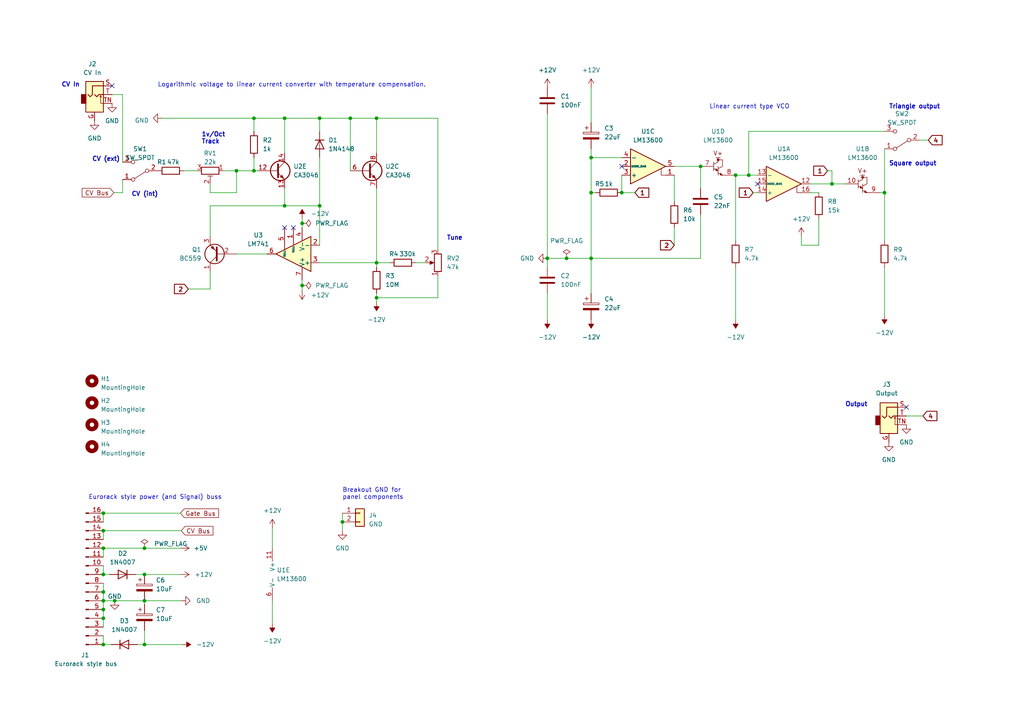
<source format=kicad_sch>
(kicad_sch (version 20230121) (generator eeschema)
  (paper "A4")
  (title_block (title "Penfold VCO") (date "2022-09-11") (rev "0.1") (comment 1 "BP185, fIrst published 1986, Bernard Babani") (comment 2 "Based on designs from 'Electronic Synthesister Construction', by R.A.Penfold"))
  (lib_symbols
    (symbol "Amplifier_Operational:LM13600" (pin_names (offset 0.127))
      (property "Reference" "U" (at 3.81 5.08 0))
      (property "Value" "LM13600" (at 5.08 -5.08 0))
      (symbol "LM13600_1_1"
        (polyline (pts (xy 3.81 -0.635) (xy 3.81 -2.54) (xy 5.08 -2.54)))
        (polyline (pts (xy 5.08 0) (xy -5.08 -5.08) (xy -5.08 5.08) (xy 5.08 0)) (stroke (width 0.254)) (fill (type background)))
        (pin output line (at 7.62 0 180) (length 2.54) (name "~") (number "12"))
        (pin input line (at -7.62 2.54 0) (length 2.54) (name "-") (number "13"))
        (pin input line (at -7.62 -2.54 0) (length 2.54) (name "+") (number "14"))
        (pin input line (at -7.62 0 0) (length 2.54) (name "DIODE_BIAS") (number "15"))
        (pin input line (at 7.62 -2.54 180) (length 2.54) (name "~") (number "16"))
      )
      (symbol "LM13600_2_0"
        (polyline (pts (xy -1.905 2.54) (xy -3.175 2.54)))
      )
      (symbol "LM13600_2_1"
        (circle (center -2.54 1.905) (radius 0.254) (stroke (width 0.254)) (fill (type outline)))
        (polyline (pts (xy -3.81 -0.635) (xy -2.54 -1.27)))
        (polyline (pts (xy -3.81 1.27) (xy -3.81 -1.27)))
        (polyline (pts (xy -2.54 -1.905) (xy -1.27 -2.54)))
        (polyline (pts (xy -2.54 0) (xy -2.54 -2.54)))
        (polyline (pts (xy -3.81 0.635) (xy -2.54 1.27) (xy -2.54 1.905) (xy -2.54 2.54)))
        (polyline (pts (xy -2.54 -1.27) (xy -3.175 -0.635) (xy -3.175 -1.27) (xy -2.54 -1.27)) (fill (type outline)))
        (polyline (pts (xy -2.54 -0.635) (xy -1.27 0) (xy -1.27 1.905) (xy -2.54 1.905)))
        (polyline (pts (xy -1.27 -2.54) (xy -1.905 -1.905) (xy -1.905 -2.54) (xy -1.27 -2.54)) (fill (type outline)))
        (text "V+" (at -2.54 3.81 0) (effects (font (size 1.27 1.27))))
        (pin input line (at -7.62 0 0) (length 3.81) (name "~") (number "10"))
        (pin output line (at 2.54 -2.54 180) (length 3.81) (name "~") (number "9"))
      )
      (symbol "LM13600_3_1"
        (polyline (pts (xy 3.81 -0.635) (xy 3.81 -2.54) (xy 5.08 -2.54)))
        (polyline (pts (xy 5.08 0) (xy -5.08 -5.08) (xy -5.08 5.08) (xy 5.08 0)) (stroke (width 0.254)) (fill (type background)))
        (pin input line (at 7.62 -2.54 180) (length 2.54) (name "~") (number "1"))
        (pin input line (at -7.62 0 0) (length 2.54) (name "DIODE_BIAS") (number "2"))
        (pin input line (at -7.62 -2.54 0) (length 2.54) (name "+") (number "3"))
        (pin input line (at -7.62 2.54 0) (length 2.54) (name "-") (number "4"))
        (pin output line (at 7.62 0 180) (length 2.54) (name "~") (number "5"))
      )
      (symbol "LM13600_4_0"
        (polyline (pts (xy -3.175 2.54) (xy -1.905 2.54)))
        (text "V+" (at -2.54 3.81 0) (effects (font (size 1.27 1.27))))
      )
      (symbol "LM13600_4_1"
        (circle (center -2.54 1.905) (radius 0.254) (stroke (width 0.254)) (fill (type outline)))
        (polyline (pts (xy -3.81 -0.635) (xy -2.54 -1.27)))
        (polyline (pts (xy -3.81 1.27) (xy -3.81 -1.27)))
        (polyline (pts (xy -2.54 -1.905) (xy -1.27 -2.54)))
        (polyline (pts (xy -2.54 0) (xy -2.54 -2.54)))
        (polyline (pts (xy -3.81 0.635) (xy -2.54 1.27) (xy -2.54 2.54)))
        (polyline (pts (xy -2.54 -1.27) (xy -3.175 -0.635) (xy -3.175 -1.27) (xy -2.54 -1.27)) (fill (type outline)))
        (polyline (pts (xy -2.54 -0.635) (xy -1.27 0) (xy -1.27 1.905) (xy -2.54 1.905)))
        (polyline (pts (xy -1.27 -2.54) (xy -1.905 -1.905) (xy -1.905 -2.54) (xy -1.27 -2.54)) (fill (type outline)))
        (pin input line (at -7.62 0 0) (length 3.81) (name "~") (number "7"))
        (pin output line (at 2.54 -2.54 180) (length 3.81) (name "~") (number "8"))
      )
      (symbol "LM13600_5_1"
        (pin power_in line (at -2.54 7.62 270) (length 3.81) (name "V+") (number "11"))
        (pin power_in line (at -2.54 -7.62 90) (length 3.81) (name "V-") (number "6"))
      )
    )
    (symbol "Amplifier_Operational:LM741" (pin_names (offset 0.127))
      (property "Reference" "U" (at 0 6.35 0))
      (property "Value" "LM741" (at 0 3.81 0))
      (symbol "LM741_0_1"
        (polyline (pts (xy -5.08 5.08) (xy 5.08 0) (xy -5.08 -5.08) (xy -5.08 5.08)) (stroke (width 0.254)) (fill (type background)))
      )
      (symbol "LM741_1_1"
        (pin input line (at 0 -7.62 90) (length 5.08) (name "NULL") (number "1"))
        (pin input line (at -7.62 -2.54 0) (length 2.54) (name "-") (number "2"))
        (pin input line (at -7.62 2.54 0) (length 2.54) (name "+") (number "3"))
        (pin power_in line (at -2.54 -7.62 90) (length 3.81) (name "V-") (number "4"))
        (pin input line (at 2.54 -7.62 90) (length 6.35) (name "NULL") (number "5"))
        (pin output line (at 7.62 0 180) (length 2.54) (name "~") (number "6"))
        (pin power_in line (at -2.54 7.62 270) (length 3.81) (name "V+") (number "7"))
        (pin no_connect line (at 0 2.54 270) (length 2.54) hide (name "NC") (number "8"))
      )
    )
    (symbol "CA3046:CA3046" (pin_names (offset 0) hide)
      (property "Reference" "Q" (at 5.08 1.27 0))
      (property "Value" "CA3046" (at 5.08 -1.27 0))
      (symbol "CA3046_0_1"
        (polyline (pts (xy 0.635 0) (xy -2.54 0)))
        (circle (center 1.27 0) (radius 2.8194) (stroke (width 0.254)))
        (circle (center 1.27 0) (radius 2.8194) (stroke (width 0.254)))
      )
      (symbol "CA3046_1_1"
        (polyline (pts (xy 0.635 0.635) (xy 2.54 2.54)))
        (polyline (pts (xy 0.635 -0.635) (xy 2.54 -2.54) (xy 2.54 -2.54)))
        (polyline (pts (xy 0.635 1.905) (xy 0.635 -1.905) (xy 0.635 -1.905)) (stroke (width 0.508)))
        (polyline (pts (xy 1.27 -1.778) (xy 1.778 -1.27) (xy 2.286 -2.286) (xy 1.27 -1.778) (xy 1.27 -1.778)) (fill (type outline)))
        (pin passive line (at 2.54 5.08 270) (length 2.54) (name "C1") (number "1"))
        (pin input line (at -5.08 0 0) (length 2.54) (name "B1") (number "2"))
        (pin passive line (at 2.54 -5.08 90) (length 2.54) (name "E3") (number "3"))
      )
      (symbol "CA3046_2_1"
        (polyline (pts (xy 0.635 0.635) (xy 2.54 2.54)))
        (polyline (pts (xy 0.635 -0.635) (xy 2.54 -2.54) (xy 2.54 -2.54)))
        (polyline (pts (xy 0.635 1.905) (xy 0.635 -1.905) (xy 0.635 -1.905)) (stroke (width 0.508)))
        (polyline (pts (xy 1.143 -1.651) (xy 1.651 -1.143) (xy 2.159 -2.159) (xy 1.143 -1.651) (xy 1.143 -1.651)) (fill (type outline)))
        (pin passive line (at 2.54 -5.08 90) (length 2.54) (name "E2") (number "3"))
        (pin input line (at -5.08 0 0) (length 2.54) (name "B2") (number "4"))
        (pin passive line (at 2.54 5.08 270) (length 2.54) (name "C2") (number "5"))
      )
      (symbol "CA3046_3_1"
        (polyline (pts (xy 0.635 0.635) (xy 2.54 2.54)))
        (polyline (pts (xy 0.635 -0.635) (xy 2.54 -2.54) (xy 2.54 -2.54)))
        (polyline (pts (xy 0.635 1.905) (xy 0.635 -1.905) (xy 0.635 -1.905)) (stroke (width 0.508)))
        (polyline (pts (xy 1.27 -1.778) (xy 1.778 -1.27) (xy 2.286 -2.286) (xy 1.27 -1.778) (xy 1.27 -1.778)) (fill (type outline)))
        (pin input line (at -5.08 0 0) (length 2.54) (name "B3") (number "6"))
        (pin passive line (at 2.54 -5.08 90) (length 2.54) (name "E3") (number "7"))
        (pin passive line (at 2.54 5.08 270) (length 2.54) (name "C3") (number "8"))
      )
      (symbol "CA3046_4_1"
        (polyline (pts (xy 0.635 0.635) (xy 2.54 2.54)))
        (polyline (pts (xy 0.635 -0.635) (xy 2.54 -2.54) (xy 2.54 -2.54)))
        (polyline (pts (xy 0.635 1.905) (xy 0.635 -1.905) (xy 0.635 -1.905)) (stroke (width 0.508)))
        (polyline (pts (xy 1.27 -1.778) (xy 1.778 -1.27) (xy 2.286 -2.286) (xy 1.27 -1.778) (xy 1.27 -1.778)) (fill (type outline)))
        (pin passive line (at 2.54 -5.08 90) (length 2.54) (name "E4") (number "10"))
        (pin passive line (at 2.54 5.08 270) (length 2.54) (name "C4") (number "11"))
        (pin input line (at -5.08 0 0) (length 2.54) (name "B4") (number "9"))
      )
      (symbol "CA3046_5_1"
        (polyline (pts (xy 0.635 0.635) (xy 2.54 2.54)))
        (polyline (pts (xy 0.635 -0.635) (xy 2.54 -2.54) (xy 2.54 -2.54)))
        (polyline (pts (xy 0.635 1.905) (xy 0.635 -1.905) (xy 0.635 -1.905)) (stroke (width 0.508)))
        (polyline (pts (xy 1.27 -1.778) (xy 1.778 -1.27) (xy 2.286 -2.286) (xy 1.27 -1.778) (xy 1.27 -1.778)) (fill (type outline)))
        (pin input line (at -5.08 0 0) (length 2.54) (name "B5") (number "12"))
        (pin passive line (at 2.54 -5.08 90) (length 2.54) (name "E5") (number "13"))
        (pin passive line (at 2.54 5.08 270) (length 2.54) (name "C5") (number "14"))
      )
    )
    (symbol "Connector:AudioJack2_Ground_SwitchT"
      (property "Reference" "J" (at 0 8.89 0))
      (property "Value" "AudioJack2_Ground_SwitchT" (at 0 6.35 0))
      (symbol "AudioJack2_Ground_SwitchT_0_1"
        (rectangle (start -2.54 0) (end -3.81 -2.54) (stroke (width 0.254)) (fill (type outline)))
        (polyline (pts (xy 1.778 -0.254) (xy 2.032 -0.762)))
        (polyline (pts (xy 0 0) (xy 0.635 -0.635) (xy 1.27 0) (xy 2.54 0)) (stroke (width 0.254)))
        (polyline (pts (xy 2.54 -2.54) (xy 1.778 -2.54) (xy 1.778 -0.254) (xy 1.524 -0.762)))
        (polyline (pts (xy 2.54 2.54) (xy -0.635 2.54) (xy -0.635 0) (xy -1.27 -0.635) (xy -1.905 0)) (stroke (width 0.254)))
        (rectangle (start 2.54 3.81) (end -2.54 -5.08) (stroke (width 0.254)) (fill (type background)))
      )
      (symbol "AudioJack2_Ground_SwitchT_1_1"
        (pin passive line (at 0 -7.62 90) (length 2.54) (name "~") (number "G"))
        (pin passive line (at 5.08 2.54 180) (length 2.54) (name "~") (number "S"))
        (pin passive line (at 5.08 0 180) (length 2.54) (name "~") (number "T"))
        (pin passive line (at 5.08 -2.54 180) (length 2.54) (name "~") (number "TN"))
      )
    )
    (symbol "Connector:Conn_01x16_Male" (pin_names (offset 1.016) hide)
      (property "Reference" "J" (at 0 20.32 0))
      (property "Value" "Conn_01x16_Male" (at 0 -22.86 0))
      (symbol "Conn_01x16_Male_1_1"
        (polyline (pts (xy 1.27 -20.32) (xy 0.8636 -20.32)) (stroke (width 0.1524)))
        (polyline (pts (xy 1.27 -17.78) (xy 0.8636 -17.78)) (stroke (width 0.1524)))
        (polyline (pts (xy 1.27 -15.24) (xy 0.8636 -15.24)) (stroke (width 0.1524)))
        (polyline (pts (xy 1.27 -12.7) (xy 0.8636 -12.7)) (stroke (width 0.1524)))
        (polyline (pts (xy 1.27 -10.16) (xy 0.8636 -10.16)) (stroke (width 0.1524)))
        (polyline (pts (xy 1.27 -7.62) (xy 0.8636 -7.62)) (stroke (width 0.1524)))
        (polyline (pts (xy 1.27 -5.08) (xy 0.8636 -5.08)) (stroke (width 0.1524)))
        (polyline (pts (xy 1.27 -2.54) (xy 0.8636 -2.54)) (stroke (width 0.1524)))
        (polyline (pts (xy 1.27 0) (xy 0.8636 0)) (stroke (width 0.1524)))
        (polyline (pts (xy 1.27 2.54) (xy 0.8636 2.54)) (stroke (width 0.1524)))
        (polyline (pts (xy 1.27 5.08) (xy 0.8636 5.08)) (stroke (width 0.1524)))
        (polyline (pts (xy 1.27 7.62) (xy 0.8636 7.62)) (stroke (width 0.1524)))
        (polyline (pts (xy 1.27 10.16) (xy 0.8636 10.16)) (stroke (width 0.1524)))
        (polyline (pts (xy 1.27 12.7) (xy 0.8636 12.7)) (stroke (width 0.1524)))
        (polyline (pts (xy 1.27 15.24) (xy 0.8636 15.24)) (stroke (width 0.1524)))
        (polyline (pts (xy 1.27 17.78) (xy 0.8636 17.78)) (stroke (width 0.1524)))
        (rectangle (start 0.8636 -20.193) (end 0 -20.447) (stroke (width 0.1524)) (fill (type outline)))
        (rectangle (start 0.8636 -17.653) (end 0 -17.907) (stroke (width 0.1524)) (fill (type outline)))
        (rectangle (start 0.8636 -15.113) (end 0 -15.367) (stroke (width 0.1524)) (fill (type outline)))
        (rectangle (start 0.8636 -12.573) (end 0 -12.827) (stroke (width 0.1524)) (fill (type outline)))
        (rectangle (start 0.8636 -10.033) (end 0 -10.287) (stroke (width 0.1524)) (fill (type outline)))
        (rectangle (start 0.8636 -7.493) (end 0 -7.747) (stroke (width 0.1524)) (fill (type outline)))
        (rectangle (start 0.8636 -4.953) (end 0 -5.207) (stroke (width 0.1524)) (fill (type outline)))
        (rectangle (start 0.8636 -2.413) (end 0 -2.667) (stroke (width 0.1524)) (fill (type outline)))
        (rectangle (start 0.8636 0.127) (end 0 -0.127) (stroke (width 0.1524)) (fill (type outline)))
        (rectangle (start 0.8636 2.667) (end 0 2.413) (stroke (width 0.1524)) (fill (type outline)))
        (rectangle (start 0.8636 5.207) (end 0 4.953) (stroke (width 0.1524)) (fill (type outline)))
        (rectangle (start 0.8636 7.747) (end 0 7.493) (stroke (width 0.1524)) (fill (type outline)))
        (rectangle (start 0.8636 10.287) (end 0 10.033) (stroke (width 0.1524)) (fill (type outline)))
        (rectangle (start 0.8636 12.827) (end 0 12.573) (stroke (width 0.1524)) (fill (type outline)))
        (rectangle (start 0.8636 15.367) (end 0 15.113) (stroke (width 0.1524)) (fill (type outline)))
        (rectangle (start 0.8636 17.907) (end 0 17.653) (stroke (width 0.1524)) (fill (type outline)))
        (pin passive line (at 5.08 17.78 180) (length 3.81) (name "Pin_1") (number "1"))
        (pin passive line (at 5.08 -5.08 180) (length 3.81) (name "Pin_10") (number "10"))
        (pin passive line (at 5.08 -7.62 180) (length 3.81) (name "Pin_11") (number "11"))
        (pin passive line (at 5.08 -10.16 180) (length 3.81) (name "Pin_12") (number "12"))
        (pin passive line (at 5.08 -12.7 180) (length 3.81) (name "Pin_13") (number "13"))
        (pin passive line (at 5.08 -15.24 180) (length 3.81) (name "Pin_14") (number "14"))
        (pin passive line (at 5.08 -17.78 180) (length 3.81) (name "Pin_15") (number "15"))
        (pin passive line (at 5.08 -20.32 180) (length 3.81) (name "Pin_16") (number "16"))
        (pin passive line (at 5.08 15.24 180) (length 3.81) (name "Pin_2") (number "2"))
        (pin passive line (at 5.08 12.7 180) (length 3.81) (name "Pin_3") (number "3"))
        (pin passive line (at 5.08 10.16 180) (length 3.81) (name "Pin_4") (number "4"))
        (pin passive line (at 5.08 7.62 180) (length 3.81) (name "Pin_5") (number "5"))
        (pin passive line (at 5.08 5.08 180) (length 3.81) (name "Pin_6") (number "6"))
        (pin passive line (at 5.08 2.54 180) (length 3.81) (name "Pin_7") (number "7"))
        (pin passive line (at 5.08 0 180) (length 3.81) (name "Pin_8") (number "8"))
        (pin passive line (at 5.08 -2.54 180) (length 3.81) (name "Pin_9") (number "9"))
      )
    )
    (symbol "Connector_Generic:Conn_01x02" (pin_names (offset 1.016) hide)
      (property "Reference" "J" (at 0 2.54 0))
      (property "Value" "Conn_01x02" (at 0 -5.08 0))
      (symbol "Conn_01x02_1_1"
        (rectangle (start -1.27 -2.413) (end 0 -2.667) (stroke (width 0.1524)))
        (rectangle (start -1.27 0.127) (end 0 -0.127) (stroke (width 0.1524)))
        (rectangle (start -1.27 1.27) (end 1.27 -3.81) (stroke (width 0.254)) (fill (type background)))
        (pin passive line (at -5.08 0 0) (length 3.81) (name "Pin_1") (number "1"))
        (pin passive line (at -5.08 -2.54 0) (length 3.81) (name "Pin_2") (number "2"))
      )
    )
    (symbol "Device:C" (pin_numbers hide) (pin_names (offset 0.254))
      (property "Reference" "C" (at 0.635 2.54 0))
      (property "Value" "C" (at 0.635 -2.54 0))
      (symbol "C_0_1"
        (polyline (pts (xy -2.032 -0.762) (xy 2.032 -0.762)) (stroke (width 0.508)))
        (polyline (pts (xy -2.032 0.762) (xy 2.032 0.762)) (stroke (width 0.508)))
      )
      (symbol "C_1_1"
        (pin passive line (at 0 3.81 270) (length 2.794) (name "~") (number "1"))
        (pin passive line (at 0 -3.81 90) (length 2.794) (name "~") (number "2"))
      )
    )
    (symbol "Device:C_Polarized" (pin_numbers hide) (pin_names (offset 0.254))
      (property "Reference" "C" (at 0.635 2.54 0))
      (property "Value" "C_Polarized" (at 0.635 -2.54 0))
      (symbol "C_Polarized_0_1"
        (rectangle (start -2.286 0.508) (end 2.286 1.016))
        (polyline (pts (xy -1.778 2.286) (xy -0.762 2.286)))
        (polyline (pts (xy -1.27 2.794) (xy -1.27 1.778)))
        (rectangle (start 2.286 -0.508) (end -2.286 -1.016) (fill (type outline)))
      )
      (symbol "C_Polarized_1_1"
        (pin passive line (at 0 3.81 270) (length 2.794) (name "~") (number "1"))
        (pin passive line (at 0 -3.81 90) (length 2.794) (name "~") (number "2"))
      )
    )
    (symbol "Device:R" (pin_numbers hide) (pin_names (offset 0))
      (property "Reference" "R" (at 2.032 0 90))
      (property "Value" "R" (at 0 0 90))
      (symbol "R_0_1"
        (rectangle (start -1.016 -2.54) (end 1.016 2.54) (stroke (width 0.254)))
      )
      (symbol "R_1_1"
        (pin passive line (at 0 3.81 270) (length 1.27) (name "~") (number "1"))
        (pin passive line (at 0 -3.81 90) (length 1.27) (name "~") (number "2"))
      )
    )
    (symbol "Device:R_Potentiometer" (pin_names (offset 1.016) hide)
      (property "Reference" "RV" (at -4.445 0 90))
      (property "Value" "R_Potentiometer" (at -2.54 0 90))
      (symbol "R_Potentiometer_0_1"
        (polyline (pts (xy 2.54 0) (xy 1.524 0)))
        (polyline (pts (xy 1.143 0) (xy 2.286 0.508) (xy 2.286 -0.508) (xy 1.143 0)) (fill (type outline)))
        (rectangle (start 1.016 2.54) (end -1.016 -2.54) (stroke (width 0.254)))
      )
      (symbol "R_Potentiometer_1_1"
        (pin passive line (at 0 3.81 270) (length 1.27) (name "1") (number "1"))
        (pin passive line (at 3.81 0 180) (length 1.27) (name "2") (number "2"))
        (pin passive line (at 0 -3.81 90) (length 1.27) (name "3") (number "3"))
      )
    )
    (symbol "Device:R_Potentiometer_Trim" (pin_names (offset 1.016) hide)
      (property "Reference" "RV" (at -4.445 0 90))
      (property "Value" "R_Potentiometer_Trim" (at -2.54 0 90))
      (symbol "R_Potentiometer_Trim_0_1"
        (polyline (pts (xy 1.524 0.762) (xy 1.524 -0.762)))
        (polyline (pts (xy 2.54 0) (xy 1.524 0)))
        (rectangle (start 1.016 2.54) (end -1.016 -2.54) (stroke (width 0.254)))
      )
      (symbol "R_Potentiometer_Trim_1_1"
        (pin passive line (at 0 3.81 270) (length 1.27) (name "1") (number "1"))
        (pin passive line (at 3.81 0 180) (length 1.27) (name "2") (number "2"))
        (pin passive line (at 0 -3.81 90) (length 1.27) (name "3") (number "3"))
      )
    )
    (symbol "Diode:1N4007" (pin_numbers hide) (pin_names (offset 1.016) hide)
      (property "Reference" "D" (at 0 2.54 0))
      (property "Value" "1N4007" (at 0 -2.54 0))
      (symbol "1N4007_0_1"
        (polyline (pts (xy -1.27 1.27) (xy -1.27 -1.27)) (stroke (width 0.254)))
        (polyline (pts (xy 1.27 0) (xy -1.27 0)))
        (polyline (pts (xy 1.27 1.27) (xy 1.27 -1.27) (xy -1.27 0) (xy 1.27 1.27)) (stroke (width 0.254)))
      )
      (symbol "1N4007_1_1"
        (pin passive line (at -3.81 0 0) (length 2.54) (name "K") (number "1"))
        (pin passive line (at 3.81 0 180) (length 2.54) (name "A") (number "2"))
      )
    )
    (symbol "Diode:1N4148" (pin_numbers hide) (pin_names (offset 1.016) hide)
      (property "Reference" "D" (at 0 2.54 0))
      (property "Value" "1N4148" (at 0 -2.54 0))
      (symbol "1N4148_0_1"
        (polyline (pts (xy -1.27 1.27) (xy -1.27 -1.27)) (stroke (width 0.254)))
        (polyline (pts (xy 1.27 0) (xy -1.27 0)))
        (polyline (pts (xy 1.27 1.27) (xy 1.27 -1.27) (xy -1.27 0) (xy 1.27 1.27)) (stroke (width 0.254)))
      )
      (symbol "1N4148_1_1"
        (pin passive line (at -3.81 0 0) (length 2.54) (name "K") (number "1"))
        (pin passive line (at 3.81 0 180) (length 2.54) (name "A") (number "2"))
      )
    )
    (symbol "GND_1" (power) (pin_names (offset 0))
      (property "Value" "GND_1" (at 0 -3.81 0))
      (symbol "GND_1_0_1"
        (polyline (pts (xy 0 0) (xy 0 -1.27) (xy 1.27 -1.27) (xy 0 -2.54) (xy -1.27 -1.27) (xy 0 -1.27)))
      )
      (symbol "GND_1_1_1"
        (pin power_in line (at 0 0 270) (length 0) hide (name "GND") (number "1"))
      )
    )
    (symbol "Mechanical:MountingHole" (pin_names (offset 1.016))
      (property "Reference" "H" (at 0 5.08 0))
      (property "Value" "MountingHole" (at 0 3.175 0))
      (symbol "MountingHole_0_1"
        (circle (center 0 0) (radius 1.27) (stroke (width 1.27)))
      )
    )
    (symbol "Switch:SW_SPDT" (pin_names (offset 0) hide)
      (property "Reference" "SW" (at 0 4.318 0))
      (property "Value" "SW_SPDT" (at 0 -5.08 0))
      (symbol "SW_SPDT_0_0"
        (circle (center -2.032 0) (radius 0.508))
        (circle (center 2.032 -2.54) (radius 0.508))
      )
      (symbol "SW_SPDT_0_1"
        (polyline (pts (xy -1.524 0.254) (xy 1.651 2.286)))
        (circle (center 2.032 2.54) (radius 0.508))
      )
      (symbol "SW_SPDT_1_1"
        (pin passive line (at 5.08 2.54 180) (length 2.54) (name "A") (number "1"))
        (pin passive line (at -5.08 0 0) (length 2.54) (name "B") (number "2"))
        (pin passive line (at 5.08 -2.54 180) (length 2.54) (name "C") (number "3"))
      )
    )
    (symbol "Transistor_BJT:BC559" (pin_names (offset 0) hide)
      (property "Reference" "Q" (at 5.08 1.905 0))
      (property "Value" "BC559" (at 5.08 0 0))
      (symbol "BC559_0_1"
        (polyline (pts (xy 0.635 0.635) (xy 2.54 2.54)))
        (polyline (pts (xy 0.635 -0.635) (xy 2.54 -2.54) (xy 2.54 -2.54)))
        (polyline (pts (xy 0.635 1.905) (xy 0.635 -1.905) (xy 0.635 -1.905)) (stroke (width 0.508)))
        (polyline (pts (xy 2.286 -1.778) (xy 1.778 -2.286) (xy 1.27 -1.27) (xy 2.286 -1.778) (xy 2.286 -1.778)) (fill (type outline)))
        (circle (center 1.27 0) (radius 2.8194) (stroke (width 0.254)))
      )
      (symbol "BC559_1_1"
        (pin passive line (at 2.54 5.08 270) (length 2.54) (name "C") (number "1"))
        (pin input line (at -5.08 0 0) (length 5.715) (name "B") (number "2"))
        (pin passive line (at 2.54 -5.08 90) (length 2.54) (name "E") (number "3"))
      )
    )
    (symbol "power:+12V" (power) (pin_names (offset 0))
      (property "Value" "+12V" (at 0 3.556 0))
      (symbol "+12V_0_1"
        (polyline (pts (xy -0.762 1.27) (xy 0 2.54)))
        (polyline (pts (xy 0 0) (xy 0 2.54)))
        (polyline (pts (xy 0 2.54) (xy 0.762 1.27)))
      )
      (symbol "+12V_1_1"
        (pin power_in line (at 0 0 90) (length 0) hide (name "+12V") (number "1"))
      )
    )
    (symbol "power:+5V" (power) (pin_names (offset 0))
      (property "Value" "+5V" (at 0 3.556 0))
      (symbol "+5V_0_1"
        (polyline (pts (xy -0.762 1.27) (xy 0 2.54)))
        (polyline (pts (xy 0 0) (xy 0 2.54)))
        (polyline (pts (xy 0 2.54) (xy 0.762 1.27)))
      )
      (symbol "+5V_1_1"
        (pin power_in line (at 0 0 90) (length 0) hide (name "+5V") (number "1"))
      )
    )
    (symbol "power:-12V" (power) (pin_names (offset 0))
      (property "Value" "-12V" (at 0 3.81 0))
      (symbol "-12V_0_0"
        (pin power_in line (at 0 0 90) (length 0) hide (name "-12V") (number "1"))
      )
      (symbol "-12V_0_1"
        (polyline (pts (xy 0 0) (xy 0 1.27) (xy 0.762 1.27) (xy 0 2.54) (xy -0.762 1.27) (xy 0 1.27)) (fill (type outline)))
      )
    )
    (symbol "power:GND" (power) (pin_names (offset 0))
      (property "Value" "GND" (at 0 -3.81 0))
      (symbol "GND_0_1"
        (polyline (pts (xy 0 0) (xy 0 -1.27) (xy 1.27 -1.27) (xy 0 -2.54) (xy -1.27 -1.27) (xy 0 -1.27)))
      )
      (symbol "GND_1_1"
        (pin power_in line (at 0 0 270) (length 0) hide (name "GND") (number "1"))
      )
    )
    (symbol "power:PWR_FLAG" (power) (pin_numbers hide) (pin_names (offset 0) hide)
      (property "Value" "PWR_FLAG" (at 0 3.81 0))
      (symbol "PWR_FLAG_0_0"
        (pin power_out line (at 0 0 90) (length 0) (name "pwr") (number "1"))
      )
      (symbol "PWR_FLAG_0_1"
        (polyline (pts (xy 0 0) (xy 0 1.27) (xy -1.016 1.905) (xy 0 2.54) (xy 1.016 1.905) (xy 0 1.27)))
      )
    )
  )
  (junction (at 99.314 151.384))
  (junction (at 29.972 166.624))
  (junction (at 256.54 55.88))
  (junction (at 29.972 179.324))
  (junction (at 41.91 174.244))
  (junction (at 101.6 34.29))
  (junction (at 29.972 148.844))
  (junction (at 68.58 49.53))
  (junction (at 29.972 159.004))
  (junction (at 171.45 55.88))
  (junction (at 41.91 166.624))
  (junction (at 180.34 55.88))
  (junction (at 217.17 50.8))
  (junction (at 29.972 176.784))
  (junction (at 29.972 174.244))
  (junction (at 171.45 45.72))
  (junction (at 92.71 34.29))
  (junction (at 158.75 74.93))
  (junction (at 82.55 34.29))
  (junction (at 33.274 174.244))
  (junction (at 29.972 171.704))
  (junction (at 213.36 50.8))
  (junction (at 41.91 159.004))
  (junction (at 92.71 59.69))
  (junction (at 73.66 49.53))
  (junction (at 109.22 34.29))
  (junction (at 73.66 34.29))
  (junction (at 29.972 153.924))
  (junction (at 171.45 74.93))
  (junction (at 241.3 53.34))
  (junction (at 87.63 64.77))
  (junction (at 82.55 59.69))
  (junction (at 164.338 74.93))
  (junction (at 109.22 86.36))
  (junction (at 87.63 82.804))
  (junction (at 29.972 186.944))
  (junction (at 203.2 48.26))
  (junction (at 41.91 186.944))
  (junction (at 109.22 76.2))
  (no_connect (at 32.512 24.892))
  (no_connect (at 219.71 53.34))
  (no_connect (at 82.55 66.04))
  (no_connect (at 85.09 66.04))
  (no_connect (at 180.34 48.26))
  (no_connect (at 262.89 118.11))
  (wire (pts (xy 109.22 86.36) (xy 127 86.36)))
  (wire (pts (xy 53.34 49.53) (xy 57.15 49.53)))
  (wire (pts (xy 164.338 74.93) (xy 171.45 74.93)))
  (wire (pts (xy 171.45 55.88) (xy 172.72 55.88)))
  (wire (pts (xy 92.71 59.69) (xy 92.71 71.12)))
  (wire (pts (xy 29.972 184.404) (xy 29.972 186.944)))
  (wire (pts (xy 120.65 76.2) (xy 123.19 76.2)))
  (wire (pts (xy 35.56 55.88) (xy 35.56 52.07)))
  (wire (pts (xy 127 80.01) (xy 127 86.36)))
  (wire (pts (xy 68.58 49.53) (xy 68.58 55.88)))
  (wire (pts (xy 82.55 54.61) (xy 82.55 59.69)))
  (wire (pts (xy 203.2 48.26) (xy 203.2 54.61)))
  (wire (pts (xy 35.56 27.432) (xy 35.56 46.99)))
  (wire (pts (xy 60.96 83.82) (xy 54.61 83.82)))
  (wire (pts (xy 217.17 38.1) (xy 256.54 38.1)))
  (wire (pts (xy 158.75 33.02) (xy 158.75 74.93)))
  (wire (pts (xy 41.91 159.004) (xy 52.324 159.004)))
  (wire (pts (xy 82.55 34.29) (xy 82.55 44.45)))
  (wire (pts (xy 213.36 50.8) (xy 217.17 50.8)))
  (wire (pts (xy 29.972 153.924) (xy 29.972 156.464)))
  (wire (pts (xy 29.972 179.324) (xy 29.972 181.864)))
  (wire (pts (xy 68.58 49.53) (xy 73.66 49.53)))
  (wire (pts (xy 31.75 166.624) (xy 29.972 166.624)))
  (wire (pts (xy 87.63 63.246) (xy 87.63 64.77)))
  (wire (pts (xy 29.972 169.164) (xy 29.972 171.704)))
  (wire (pts (xy 78.994 153.162) (xy 78.994 159.004)))
  (wire (pts (xy 73.66 45.72) (xy 73.66 49.53)))
  (wire (pts (xy 41.91 182.88) (xy 41.91 186.944)))
  (wire (pts (xy 46.99 34.29) (xy 73.66 34.29)))
  (wire (pts (xy 41.91 175.26) (xy 41.91 174.244)))
  (wire (pts (xy 68.58 73.66) (xy 77.47 73.66)))
  (wire (pts (xy 29.972 176.784) (xy 29.972 179.324)))
  (wire (pts (xy 52.832 186.944) (xy 41.91 186.944)))
  (wire (pts (xy 109.22 76.2) (xy 109.22 77.47)))
  (wire (pts (xy 60.96 59.69) (xy 82.55 59.69)))
  (wire (pts (xy 217.17 50.8) (xy 217.17 38.1)))
  (wire (pts (xy 218.44 55.88) (xy 219.71 55.88)))
  (wire (pts (xy 78.994 174.244) (xy 78.994 180.848)))
  (wire (pts (xy 87.63 82.804) (xy 87.63 81.28)))
  (wire (pts (xy 234.95 55.88) (xy 237.49 55.88)))
  (wire (pts (xy 171.45 74.93) (xy 203.2 74.93)))
  (wire (pts (xy 266.7 40.64) (xy 269.24 40.64)))
  (wire (pts (xy 33.274 174.244) (xy 41.91 174.244)))
  (wire (pts (xy 109.22 86.36) (xy 109.22 87.63)))
  (wire (pts (xy 237.49 71.12) (xy 232.41 71.12)))
  (wire (pts (xy 237.49 63.5) (xy 237.49 71.12)))
  (wire (pts (xy 60.96 53.34) (xy 60.96 55.88)))
  (wire (pts (xy 29.972 174.244) (xy 33.274 174.244)))
  (wire (pts (xy 60.96 78.74) (xy 60.96 83.82)))
  (wire (pts (xy 234.95 53.34) (xy 241.3 53.34)))
  (wire (pts (xy 158.75 74.93) (xy 158.75 77.47)))
  (wire (pts (xy 82.55 59.69) (xy 92.71 59.69)))
  (wire (pts (xy 35.56 27.432) (xy 32.512 27.432)))
  (wire (pts (xy 87.63 84.328) (xy 87.63 82.804)))
  (wire (pts (xy 29.972 148.844) (xy 52.324 148.844)))
  (wire (pts (xy 171.45 43.18) (xy 171.45 45.72)))
  (wire (pts (xy 29.972 159.004) (xy 29.972 161.544)))
  (wire (pts (xy 73.66 34.29) (xy 73.66 38.1)))
  (wire (pts (xy 99.314 151.384) (xy 99.314 153.924)))
  (wire (pts (xy 32.258 186.944) (xy 29.972 186.944)))
  (wire (pts (xy 87.63 64.77) (xy 87.63 66.04)))
  (wire (pts (xy 92.71 34.29) (xy 92.71 38.1)))
  (wire (pts (xy 33.02 55.88) (xy 35.56 55.88)))
  (wire (pts (xy 109.22 76.2) (xy 113.03 76.2)))
  (wire (pts (xy 109.22 85.09) (xy 109.22 86.36)))
  (wire (pts (xy 241.3 53.34) (xy 245.11 53.34)))
  (wire (pts (xy 180.34 55.88) (xy 184.15 55.88)))
  (wire (pts (xy 60.96 55.88) (xy 68.58 55.88)))
  (wire (pts (xy 127 72.39) (xy 127 34.29)))
  (wire (pts (xy 29.972 171.704) (xy 29.972 174.244)))
  (wire (pts (xy 92.71 76.2) (xy 109.22 76.2)))
  (wire (pts (xy 29.972 159.004) (xy 41.91 159.004)))
  (wire (pts (xy 262.89 120.65) (xy 267.716 120.65)))
  (wire (pts (xy 109.22 34.29) (xy 109.22 44.45)))
  (wire (pts (xy 255.27 55.88) (xy 256.54 55.88)))
  (wire (pts (xy 109.22 34.29) (xy 127 34.29)))
  (wire (pts (xy 41.91 166.624) (xy 39.37 166.624)))
  (wire (pts (xy 171.45 45.72) (xy 171.45 55.88)))
  (wire (pts (xy 158.75 92.71) (xy 158.75 85.09)))
  (wire (pts (xy 109.22 54.61) (xy 109.22 76.2)))
  (wire (pts (xy 256.54 91.44) (xy 256.54 77.47)))
  (wire (pts (xy 99.314 148.844) (xy 99.314 151.384)))
  (wire (pts (xy 73.66 34.29) (xy 82.55 34.29)))
  (wire (pts (xy 60.96 68.58) (xy 60.96 59.69)))
  (wire (pts (xy 171.45 45.72) (xy 180.34 45.72)))
  (wire (pts (xy 101.6 34.29) (xy 109.22 34.29)))
  (wire (pts (xy 39.878 186.944) (xy 41.91 186.944)))
  (wire (pts (xy 171.45 74.93) (xy 171.45 85.09)))
  (wire (pts (xy 92.71 45.72) (xy 92.71 59.69)))
  (wire (pts (xy 195.58 48.26) (xy 203.2 48.26)))
  (wire (pts (xy 213.36 50.8) (xy 213.36 69.85)))
  (wire (pts (xy 29.972 174.244) (xy 29.972 176.784)))
  (wire (pts (xy 171.45 25.4) (xy 171.45 35.56)))
  (wire (pts (xy 158.75 74.93) (xy 164.338 74.93)))
  (wire (pts (xy 73.66 49.53) (xy 74.93 49.53)))
  (wire (pts (xy 256.54 55.88) (xy 256.54 69.85)))
  (wire (pts (xy 203.2 62.23) (xy 203.2 74.93)))
  (wire (pts (xy 241.3 49.53) (xy 241.3 53.34)))
  (wire (pts (xy 64.77 49.53) (xy 68.58 49.53)))
  (wire (pts (xy 256.54 55.88) (xy 256.54 43.18)))
  (wire (pts (xy 101.6 49.53) (xy 101.6 34.29)))
  (wire (pts (xy 82.55 34.29) (xy 92.71 34.29)))
  (wire (pts (xy 171.45 55.88) (xy 171.45 74.93)))
  (wire (pts (xy 29.972 153.924) (xy 52.578 153.924)))
  (wire (pts (xy 213.36 92.71) (xy 213.36 77.47)))
  (wire (pts (xy 29.972 148.844) (xy 29.972 151.384)))
  (wire (pts (xy 195.58 50.8) (xy 195.58 58.42)))
  (wire (pts (xy 240.03 49.53) (xy 241.3 49.53)))
  (wire (pts (xy 29.972 164.084) (xy 29.972 166.624)))
  (wire (pts (xy 52.324 166.624) (xy 41.91 166.624)))
  (wire (pts (xy 180.34 55.88) (xy 180.34 50.8)))
  (wire (pts (xy 232.41 68.58) (xy 232.41 71.12)))
  (wire (pts (xy 41.91 174.244) (xy 52.578 174.244)))
  (wire (pts (xy 92.71 34.29) (xy 101.6 34.29)))
  (wire (pts (xy 195.58 71.12) (xy 195.58 66.04)))
  (wire (pts (xy 217.17 50.8) (xy 219.71 50.8)))
  (text "CV In" (at 17.78 25.4 0) (effects (font (size 1.27 1.27) bold) (justify left bottom)))
  (text "Linear current type VCO" (at 205.74 31.75 0) (effects (font (size 1.27 1.27)) (justify left bottom)))
  (text "CV (ext)" (at 26.67 46.99 0) (effects (font (size 1.27 1.27) bold) (justify left bottom)))
  (text "Eurorack style power (and Signal) buss" (at 25.654 145.034 0) (effects (font (size 1.27 1.27)) (justify left bottom)))
  (text "CV (int)" (at 38.1 57.15 0) (effects (font (size 1.27 1.27) bold) (justify left bottom)))
  (text "Triangle output" (at 257.81 31.75 0) (effects (font (size 1.27 1.27) bold) (justify left bottom)))
  (text "Output" (at 245.11 118.11 0) (effects (font (size 1.27 1.27) bold) (justify left bottom)))
  (text "Tune" (at 129.54 69.85 0) (effects (font (size 1.27 1.27) bold) (justify left bottom)))
  (text "Breakout GND for\npanel components" (at 99.314 145.034 0) (effects (font (size 1.27 1.27)) (justify left bottom)))
  (text "Logarithmic voltage to linear current converter with temperature compensation.\n" (at 45.72 25.4 0) (effects (font (size 1.27 1.27)) (justify left bottom)))
  (text "Square output" (at 257.81 48.26 0) (effects (font (size 1.27 1.27) bold) (justify left bottom)))
  (text "1v/Oct\nTrack" (at 58.42 41.91 0) (effects (font (size 1.27 1.27) bold) (justify left bottom)))
  (global_label "1" (shape input) (at 184.15 55.88 0) (effects (font bold)) (property "Intersheetrefs" "${INTERSHEET_REFS}" (effects hide)))
  (global_label "2" (shape input) (at 54.61 83.82 180) (effects (font bold)) (property "Intersheetrefs" "${INTERSHEET_REFS}" (effects hide)))
  (global_label "4" (shape input) (at 267.716 120.65 0) (effects (font bold)) (property "Intersheetrefs" "${INTERSHEET_REFS}" (effects hide)))
  (global_label "2" (shape input) (at 195.58 71.12 180) (effects (font bold)) (property "Intersheetrefs" "${INTERSHEET_REFS}" (effects hide)))
  (global_label "4" (shape input) (at 269.24 40.64 0) (effects (font bold)) (property "Intersheetrefs" "${INTERSHEET_REFS}" (effects hide)))
  (global_label "1" (shape input) (at 240.03 49.53 180) (effects (font bold)) (property "Intersheetrefs" "${INTERSHEET_REFS}" (effects hide)))
  (global_label "Gate Bus" (shape input) (at 52.324 148.844 0) (property "Intersheetrefs" "${INTERSHEET_REFS}" (effects hide)))
  (global_label "1" (shape input) (at 218.44 55.88 180) (effects (font bold)) (property "Intersheetrefs" "${INTERSHEET_REFS}" (effects hide)))
  (global_label "CV Bus" (shape input) (at 52.578 153.924 0) (property "Intersheetrefs" "${INTERSHEET_REFS}" (effects hide)))
  (global_label "CV Bus" (shape input) (at 33.02 55.88 180) (property "Intersheetrefs" "${INTERSHEET_REFS}" (effects hide)))
  (symbol (lib_id "power:+12V") (at 87.63 84.328 180) (unit 1)
    (property "Reference" "#PWR0119" (effects hide))
    (property "Value" "+12V" (at 90.17 85.5979 0) (effects (justify right)))
  )
  (symbol (lib_name "GND_1") (lib_id "power:GND") (at 33.274 174.244 0) (unit 1)
    (property "Reference" "#PWR07" (effects hide))
    (property "Value" "GND" (at 33.274 172.974 0))
  )
  (symbol (lib_id "Mechanical:MountingHole") (at 26.67 116.84 0) (unit 1)
    (property "Reference" "H2" (at 29.21 116.205 0) (effects (justify left)))
    (property "Value" "MountingHole" (at 29.21 118.745 0) (effects (justify left)))
    (property "Footprint" "MountingHole:MountingHole_3.2mm_M3" (effects hide))
  )
  (symbol (lib_id "Transistor_BJT:BC559") (at 63.5 73.66 180) (unit 1)
    (property "Reference" "Q1" (at 58.42 72.3899 0) (effects (justify left)))
    (property "Value" "BC559" (at 58.42 74.9299 0) (effects (justify left)))
    (property "Footprint" "Package_TO_SOT_THT:TO-92_Inline" (effects hide))
    (property "Datasheet" "https://www.onsemi.com/pub/Collateral/BC556BTA-D.pdf" (effects hide))
  )
  (symbol (lib_id "Device:R") (at 73.66 41.91 0) (unit 1)
    (property "Reference" "R2" (at 76.2 40.6399 0) (effects (justify left)))
    (property "Value" "1k" (at 76.2 43.1799 0) (effects (justify left)))
    (property "Footprint" "Resistor_THT:R_Axial_DIN0207_L6.3mm_D2.5mm_P10.16mm_Horizontal" (effects hide))
  )
  (symbol (lib_id "Amplifier_Operational:LM13600") (at 227.33 53.34 0) (unit 1)
    (property "Reference" "U1" (at 227.33 43.18 0))
    (property "Value" "LM13600" (at 227.33 45.72 0))
    (property "Footprint" "Package_DIP:DIP-16_W7.62mm_Socket_LongPads" (effects hide))
    (property "Datasheet" "http://pdf.datasheetcatalog.com/datasheet/nationalsemiconductor/DS007980.PDF" (effects hide))
  )
  (symbol (lib_id "Device:R_Potentiometer") (at 127 76.2 180) (unit 1)
    (property "Reference" "RV2" (at 129.54 74.9299 0) (effects (justify right)))
    (property "Value" "47k" (at 129.54 77.4699 0) (effects (justify right)))
    (property "Footprint" "Connector_PinHeader_2.54mm:PinHeader_1x03_P2.54mm_Vertical" (effects hide))
  )
  (symbol (lib_id "Amplifier_Operational:LM741") (at 85.09 73.66 180) (unit 1)
    (property "Reference" "U3" (at 74.93 68.1988 0))
    (property "Value" "LM741" (at 74.93 70.7388 0))
    (property "Footprint" "Package_DIP:DIP-8_W7.62mm_Socket_LongPads" (effects hide))
    (property "Datasheet" "http://www.ti.com/lit/ds/symlink/lm741.pdf" (effects hide))
  )
  (symbol (lib_id "power:GND") (at 257.81 128.27 0) (unit 1)
    (property "Reference" "#PWR09" (effects hide))
    (property "Value" "GND" (at 257.81 133.35 0))
  )
  (symbol (lib_id "power:+12V") (at 158.75 25.4 0) (unit 1)
    (property "Reference" "#PWR0104" (effects hide))
    (property "Value" "+12V" (at 158.75 20.32 0))
  )
  (symbol (lib_id "Switch:SW_SPDT") (at 40.64 49.53 180) (unit 1)
    (property "Reference" "SW1" (at 40.64 43.18 0))
    (property "Value" "SW_SPDT" (at 40.64 45.72 0))
    (property "Footprint" "Connector_PinHeader_2.54mm:PinHeader_1x03_P2.54mm_Vertical" (effects hide))
  )
  (symbol (lib_id "power:-12V") (at 213.36 92.71 180) (unit 1)
    (property "Reference" "#PWR0117" (effects hide))
    (property "Value" "-12V" (at 213.36 97.79 0))
  )
  (symbol (lib_id "Device:R_Potentiometer_Trim") (at 60.96 49.53 270) (unit 1)
    (property "Reference" "RV1" (at 60.96 44.45 90))
    (property "Value" "22k" (at 60.96 46.99 90))
    (property "Footprint" "Connector_PinHeader_2.54mm:PinHeader_1x03_P2.54mm_Vertical" (effects hide))
  )
  (symbol (lib_id "power:-12V") (at 256.54 91.44 180) (unit 1)
    (property "Reference" "#PWR0115" (effects hide))
    (property "Value" "-12V" (at 256.54 96.52 0))
  )
  (symbol (lib_id "Diode:1N4007") (at 35.56 166.624 180) (unit 1)
    (property "Reference" "D2" (at 35.56 160.528 0))
    (property "Value" "1N4007" (at 35.56 163.068 0))
    (property "Footprint" "Diode_THT:D_DO-41_SOD81_P10.16mm_Horizontal" (effects hide))
    (property "Datasheet" "http://www.vishay.com/docs/88503/1n4001.pdf" (effects hide))
  )
  (symbol (lib_id "Mechanical:MountingHole") (at 26.67 110.49 0) (unit 1)
    (property "Reference" "H1" (at 29.21 109.855 0) (effects (justify left)))
    (property "Value" "MountingHole" (at 29.21 112.395 0) (effects (justify left)))
    (property "Footprint" "MountingHole:MountingHole_3.2mm_M3" (effects hide))
  )
  (symbol (lib_id "Mechanical:MountingHole") (at 26.67 123.19 0) (unit 1)
    (property "Reference" "H3" (at 29.21 122.555 0) (effects (justify left)))
    (property "Value" "MountingHole" (at 29.21 125.095 0) (effects (justify left)))
    (property "Footprint" "MountingHole:MountingHole_3mm" (effects hide))
  )
  (symbol (lib_id "Amplifier_Operational:LM13600") (at 81.534 166.624 0) (unit 5)
    (property "Reference" "U1" (at 80.264 165.3539 0) (effects (justify left)))
    (property "Value" "LM13600" (at 80.264 167.8939 0) (effects (justify left)))
    (property "Footprint" "Package_DIP:DIP-16_W7.62mm_Socket_LongPads" (effects hide))
    (property "Datasheet" "http://pdf.datasheetcatalog.com/datasheet/nationalsemiconductor/DS007980.PDF" (effects hide))
  )
  (symbol (lib_id "power:GND") (at 46.99 34.29 270) (unit 1)
    (property "Reference" "#PWR0106" (effects hide))
    (property "Value" "GND" (at 43.18 34.925 90) (effects (justify right)))
  )
  (symbol (lib_id "power:+12V") (at 78.994 153.162 0) (unit 1)
    (property "Reference" "#PWR0109" (effects hide))
    (property "Value" "+12V" (at 78.994 148.082 0))
  )
  (symbol (lib_id "power:-12V") (at 158.75 92.71 180) (unit 1)
    (property "Reference" "#PWR0102" (effects hide))
    (property "Value" "-12V" (at 158.75 97.79 0))
  )
  (symbol (lib_id "Device:R") (at 256.54 73.66 0) (unit 1)
    (property "Reference" "R9" (at 259.08 72.3899 0) (effects (justify left)))
    (property "Value" "4.7k" (at 259.08 74.9299 0) (effects (justify left)))
    (property "Footprint" "Resistor_THT:R_Axial_DIN0207_L6.3mm_D2.5mm_P10.16mm_Horizontal" (effects hide))
  )
  (symbol (lib_id "power:PWR_FLAG") (at 87.63 82.804 270) (unit 1)
    (property "Reference" "#FLG0104" (effects hide))
    (property "Value" "PWR_FLAG" (at 91.44 82.8039 90) (effects (justify left)))
  )
  (symbol (lib_id "Amplifier_Operational:LM13600") (at 252.73 53.34 0) (unit 2)
    (property "Reference" "U1" (at 250.19 43.18 0))
    (property "Value" "LM13600" (at 250.19 45.72 0))
    (property "Footprint" "Package_DIP:DIP-16_W7.62mm_Socket_LongPads" (effects hide))
    (property "Datasheet" "http://pdf.datasheetcatalog.com/datasheet/nationalsemiconductor/DS007980.PDF" (effects hide))
  )
  (symbol (lib_id "Device:R") (at 109.22 81.28 0) (unit 1)
    (property "Reference" "R3" (at 111.76 80.0099 0) (effects (justify left)))
    (property "Value" "10M" (at 111.76 82.5499 0) (effects (justify left)))
    (property "Footprint" "Resistor_THT:R_Axial_DIN0207_L6.3mm_D2.5mm_P10.16mm_Horizontal" (effects hide))
  )
  (symbol (lib_id "power:GND") (at 52.578 174.244 90) (unit 1)
    (property "Reference" "#PWR05" (effects hide))
    (property "Value" "GND" (at 56.896 174.2439 90) (effects (justify right)))
  )
  (symbol (lib_id "Diode:1N4007") (at 36.068 186.944 0) (unit 1)
    (property "Reference" "D3" (at 36.068 180.086 0))
    (property "Value" "1N4007" (at 36.068 182.626 0))
    (property "Footprint" "Diode_THT:D_DO-41_SOD81_P10.16mm_Horizontal" (effects hide))
    (property "Datasheet" "http://www.vishay.com/docs/88503/1n4001.pdf" (effects hide))
  )
  (symbol (lib_id "Device:C_Polarized") (at 171.45 39.37 0) (unit 1)
    (property "Reference" "C3" (at 175.26 37.2109 0) (effects (justify left)))
    (property "Value" "22uF" (at 175.26 39.7509 0) (effects (justify left)))
    (property "Footprint" "Capacitor_THT:CP_Radial_D5.0mm_P2.00mm" (effects hide))
  )
  (symbol (lib_id "power:GND") (at 158.75 74.93 270) (unit 1)
    (property "Reference" "#PWR0103" (effects hide))
    (property "Value" "GND" (at 154.94 74.9299 90) (effects (justify right)))
  )
  (symbol (lib_id "Mechanical:MountingHole") (at 26.67 129.54 0) (unit 1)
    (property "Reference" "H4" (at 29.21 128.905 0) (effects (justify left)))
    (property "Value" "MountingHole" (at 29.21 131.445 0) (effects (justify left)))
    (property "Footprint" "MountingHole:MountingHole_3.2mm_M3" (effects hide))
  )
  (symbol (lib_id "power:+5V") (at 52.324 159.004 270) (unit 1)
    (property "Reference" "#PWR03" (effects hide))
    (property "Value" "+5V" (at 56.134 159.0039 90) (effects (justify left)))
  )
  (symbol (lib_id "Device:C") (at 203.2 58.42 0) (unit 1)
    (property "Reference" "C5" (at 207.01 57.1499 0) (effects (justify left)))
    (property "Value" "22nF" (at 207.01 59.6899 0) (effects (justify left)))
    (property "Footprint" "Capacitor_THT:C_Disc_D5.0mm_W2.5mm_P5.00mm" (effects hide))
  )
  (symbol (lib_id "Switch:SW_SPDT") (at 261.62 40.64 180) (unit 1)
    (property "Reference" "SW2" (at 261.62 33.02 0))
    (property "Value" "SW_SPDT" (at 261.62 35.56 0))
    (property "Footprint" "Connector_PinHeader_2.54mm:PinHeader_1x03_P2.54mm_Vertical" (effects hide))
  )
  (symbol (lib_id "power:-12V") (at 87.63 63.246 0) (unit 1)
    (property "Reference" "#PWR0118" (effects hide))
    (property "Value" "-12V" (at 90.17 61.9759 0) (effects (justify left)))
  )
  (symbol (lib_id "Connector_Generic:Conn_01x02") (at 104.394 148.844 0) (unit 1)
    (property "Reference" "J4" (at 106.934 149.479 0) (effects (justify left)))
    (property "Value" "GND" (at 106.934 152.019 0) (effects (justify left)))
    (property "Footprint" "Connector_PinHeader_2.54mm:PinHeader_1x02_P2.54mm_Vertical" (effects hide))
  )
  (symbol (lib_id "Device:R") (at 237.49 59.69 0) (unit 1)
    (property "Reference" "R8" (at 240.03 58.4199 0) (effects (justify left)))
    (property "Value" "15k" (at 240.03 60.9599 0) (effects (justify left)))
    (property "Footprint" "Resistor_THT:R_Axial_DIN0207_L6.3mm_D2.5mm_P10.16mm_Horizontal" (effects hide))
  )
  (symbol (lib_id "power:GND") (at 32.512 29.972 0) (unit 1)
    (property "Reference" "#PWR02" (effects hide))
    (property "Value" "GND" (at 32.512 35.052 0))
  )
  (symbol (lib_id "Connector:AudioJack2_Ground_SwitchT") (at 27.432 27.432 0) (unit 1)
    (property "Reference" "J2" (at 26.797 18.542 0))
    (property "Value" "CV In" (at 26.797 21.082 0))
  )
  (symbol (lib_id "power:+12V") (at 171.45 25.4 0) (unit 1)
    (property "Reference" "#PWR0105" (effects hide))
    (property "Value" "+12V" (at 171.45 20.32 0))
  )
  (symbol (lib_id "power:PWR_FLAG") (at 41.91 159.004 0) (unit 1)
    (property "Reference" "#FLG0103" (effects hide))
    (property "Value" "PWR_FLAG" (at 44.704 157.7339 0) (effects (justify left)))
  )
  (symbol (lib_id "power:+12V") (at 52.324 166.624 270) (unit 1)
    (property "Reference" "#PWR04" (effects hide))
    (property "Value" "+12V" (at 56.388 166.6239 90) (effects (justify left)))
  )
  (symbol (lib_id "Connector:Conn_01x16_Male") (at 24.892 169.164 0) (mirror x) (unit 1)
    (property "Reference" "J1" (at 25.908 189.992 0) (effects (justify right)))
    (property "Value" "Eurorack style bus" (at 34.036 192.532 0) (effects (justify right)))
    (property "Footprint" "Connector_PinHeader_2.54mm:PinHeader_2x08_P2.54mm_Vertical" (effects hide))
  )
  (symbol (lib_id "Device:R") (at 49.53 49.53 90) (unit 1)
    (property "Reference" "R1" (at 48.2599 46.99 90) (effects (justify left)))
    (property "Value" "47k" (at 52.07 46.99 90) (effects (justify left)))
    (property "Footprint" "Resistor_THT:R_Axial_DIN0207_L6.3mm_D2.5mm_P10.16mm_Horizontal" (effects hide))
  )
  (symbol (lib_id "power:-12V") (at 109.22 87.63 180) (unit 1)
    (property "Reference" "#PWR0120" (effects hide))
    (property "Value" "-12V" (at 109.22 92.71 0))
  )
  (symbol (lib_id "Device:C") (at 158.75 29.21 0) (unit 1)
    (property "Reference" "C1" (at 162.56 27.9399 0) (effects (justify left)))
    (property "Value" "100nF" (at 162.56 30.4799 0) (effects (justify left)))
    (property "Footprint" "Capacitor_THT:C_Disc_D5.0mm_W2.5mm_P5.00mm" (effects hide))
  )
  (symbol (lib_id "CA3046:CA3046") (at 80.01 49.53 0) (unit 5)
    (property "Reference" "U2" (at 85.09 48.2599 0) (effects (justify left)))
    (property "Value" "CA3046" (at 85.09 50.7999 0) (effects (justify left)))
    (property "Footprint" "Package_DIP:DIP-14_W7.62mm_Socket_LongPads" (effects hide))
    (property "Datasheet" "https://www.alldatasheet.com/datasheet-pdf/pdf/66311/INTERSIL/CA3046.html" (effects hide))
  )
  (symbol (lib_id "power:+12V") (at 232.41 68.58 0) (unit 1)
    (property "Reference" "#PWR0116" (effects hide))
    (property "Value" "+12V" (at 232.41 63.5 0))
  )
  (symbol (lib_id "power:PWR_FLAG") (at 164.338 74.93 0) (unit 1)
    (property "Reference" "#FLG0101" (effects hide))
    (property "Value" "PWR_FLAG" (at 164.338 69.85 0))
  )
  (symbol (lib_id "Amplifier_Operational:LM13600") (at 187.96 48.26 0) (unit 3)
    (property "Reference" "U1" (at 187.96 38.1 0))
    (property "Value" "LM13600" (at 187.96 40.64 0))
    (property "Footprint" "Package_DIP:DIP-16_W7.62mm_Socket_LongPads" (effects hide))
    (property "Datasheet" "http://pdf.datasheetcatalog.com/datasheet/nationalsemiconductor/DS007980.PDF" (effects hide))
  )
  (symbol (lib_id "power:-12V") (at 78.994 180.848 180) (unit 1)
    (property "Reference" "#PWR0110" (effects hide))
    (property "Value" "-12V" (at 78.994 185.928 0))
  )
  (symbol (lib_id "CA3046:CA3046") (at 106.68 49.53 0) (unit 3)
    (property "Reference" "U2" (at 111.76 48.2599 0) (effects (justify left)))
    (property "Value" "CA3046" (at 111.76 50.7999 0) (effects (justify left)))
    (property "Footprint" "Package_DIP:DIP-14_W7.62mm_Socket_LongPads" (effects hide))
    (property "Datasheet" "https://www.alldatasheet.com/datasheet-pdf/pdf/66311/INTERSIL/CA3046.html" (effects hide))
  )
  (symbol (lib_id "power:GND") (at 262.89 123.19 0) (unit 1)
    (property "Reference" "#PWR010" (effects hide))
    (property "Value" "GND" (at 262.89 128.27 0))
  )
  (symbol (lib_id "Device:R") (at 116.84 76.2 90) (unit 1)
    (property "Reference" "R4" (at 115.5699 73.66 90) (effects (justify left)))
    (property "Value" "330k" (at 120.65 73.66 90) (effects (justify left)))
    (property "Footprint" "Resistor_THT:R_Axial_DIN0207_L6.3mm_D2.5mm_P10.16mm_Horizontal" (effects hide))
  )
  (symbol (lib_id "Device:C") (at 158.75 81.28 0) (unit 1)
    (property "Reference" "C2" (at 162.56 80.0099 0) (effects (justify left)))
    (property "Value" "100nF" (at 162.56 82.5499 0) (effects (justify left)))
    (property "Footprint" "Capacitor_THT:C_Disc_D5.0mm_W2.5mm_P5.00mm" (effects hide))
  )
  (symbol (lib_id "power:GND") (at 99.314 153.924 0) (unit 1)
    (property "Reference" "#PWR08" (effects hide))
    (property "Value" "GND" (at 99.314 159.004 0))
  )
  (symbol (lib_id "power:-12V") (at 52.832 186.944 270) (unit 1)
    (property "Reference" "#PWR06" (effects hide))
    (property "Value" "-12V" (at 56.896 186.9439 90) (effects (justify left)))
  )
  (symbol (lib_id "power:GND") (at 27.432 35.052 0) (unit 1)
    (property "Reference" "#PWR01" (effects hide))
    (property "Value" "GND" (at 27.432 40.132 0))
  )
  (symbol (lib_id "Device:C_Polarized") (at 41.91 179.07 0) (unit 1)
    (property "Reference" "C7" (at 45.212 176.9109 0) (effects (justify left)))
    (property "Value" "10uF" (at 45.212 179.4509 0) (effects (justify left)))
    (property "Footprint" "Capacitor_THT:CP_Radial_D5.0mm_P2.00mm" (effects hide))
  )
  (symbol (lib_id "Connector:AudioJack2_Ground_SwitchT") (at 257.81 120.65 0) (unit 1)
    (property "Reference" "J3" (at 257.175 111.506 0))
    (property "Value" "Output" (at 257.175 114.046 0))
  )
  (symbol (lib_id "Diode:1N4148") (at 92.71 41.91 270) (unit 1)
    (property "Reference" "D1" (at 95.25 40.6399 90) (effects (justify left)))
    (property "Value" "1N4148" (at 95.25 43.1799 90) (effects (justify left)))
    (property "Footprint" "Diode_THT:D_DO-35_SOD27_P7.62mm_Horizontal" (effects hide))
    (property "Datasheet" "https://assets.nexperia.com/documents/data-sheet/1N4148_1N4448.pdf" (effects hide))
  )
  (symbol (lib_id "power:PWR_FLAG") (at 87.63 64.77 270) (unit 1)
    (property "Reference" "#FLG0102" (effects hide))
    (property "Value" "PWR_FLAG" (at 91.44 64.7699 90) (effects (justify left)))
  )
  (symbol (lib_id "power:-12V") (at 171.45 92.71 180) (unit 1)
    (property "Reference" "#PWR0101" (effects hide))
    (property "Value" "-12V" (at 171.45 97.79 0))
  )
  (symbol (lib_id "Device:C_Polarized") (at 41.91 170.434 0) (unit 1)
    (property "Reference" "C6" (at 45.212 168.2749 0) (effects (justify left)))
    (property "Value" "10uF" (at 45.212 170.8149 0) (effects (justify left)))
    (property "Footprint" "Capacitor_THT:CP_Radial_D5.0mm_P2.00mm" (effects hide))
  )
  (symbol (lib_id "Device:R") (at 195.58 62.23 0) (unit 1)
    (property "Reference" "R6" (at 198.12 60.9599 0) (effects (justify left)))
    (property "Value" "10k" (at 198.12 63.4999 0) (effects (justify left)))
    (property "Footprint" "Resistor_THT:R_Axial_DIN0207_L6.3mm_D2.5mm_P10.16mm_Horizontal" (effects hide))
  )
  (symbol (lib_id "Amplifier_Operational:LM13600") (at 210.82 48.26 0) (unit 4)
    (property "Reference" "U1" (at 208.28 38.1 0))
    (property "Value" "LM13600" (at 208.28 40.64 0))
    (property "Footprint" "Package_DIP:DIP-16_W7.62mm_Socket_LongPads" (effects hide))
    (property "Datasheet" "http://pdf.datasheetcatalog.com/datasheet/nationalsemiconductor/DS007980.PDF" (effects hide))
  )
  (symbol (lib_id "Device:R") (at 176.53 55.88 90) (unit 1)
    (property "Reference" "R5" (at 175.2599 53.34 90) (effects (justify left)))
    (property "Value" "1k" (at 177.7999 53.34 90) (effects (justify left)))
    (property "Footprint" "Resistor_THT:R_Axial_DIN0207_L6.3mm_D2.5mm_P10.16mm_Horizontal" (effects hide))
  )
  (symbol (lib_id "Device:R") (at 213.36 73.66 0) (unit 1)
    (property "Reference" "R7" (at 215.9 72.3899 0) (effects (justify left)))
    (property "Value" "4.7k" (at 215.9 74.9299 0) (effects (justify left)))
    (property "Footprint" "Resistor_THT:R_Axial_DIN0207_L6.3mm_D2.5mm_P10.16mm_Horizontal" (effects hide))
  )
  (symbol (lib_id "Device:C_Polarized") (at 171.45 88.9 0) (unit 1)
    (property "Reference" "C4" (at 175.26 86.7409 0) (effects (justify left)))
    (property "Value" "22uF" (at 175.26 89.2809 0) (effects (justify left)))
    (property "Footprint" "Capacitor_THT:CP_Radial_D5.0mm_P2.00mm" (effects hide))
  )
)
</source>
